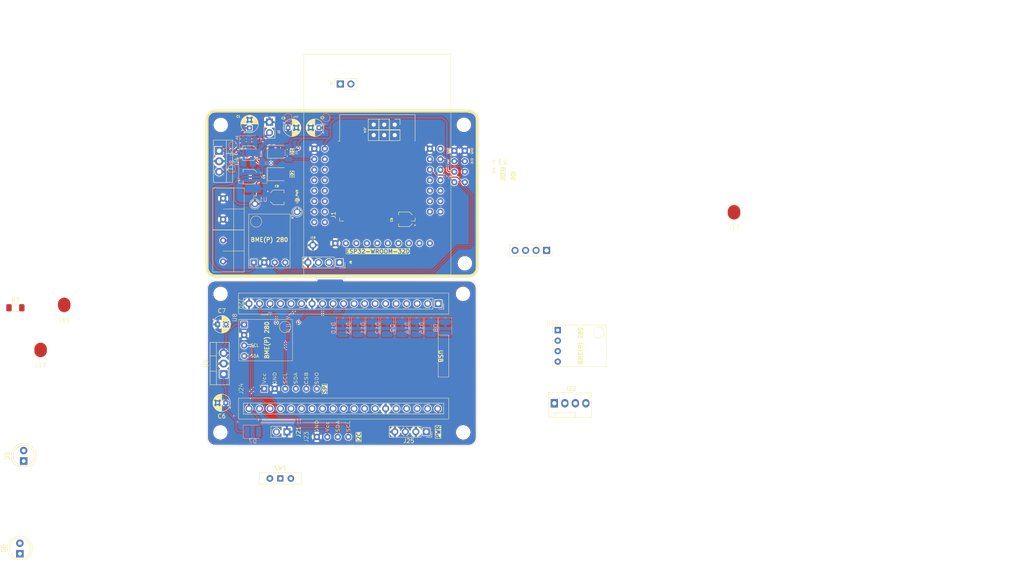
<source format=kicad_pcb>
(kicad_pcb (version 20240108) (generator "pcbnew") (generator_version "8.0")
  (layers (0 "F.Cu" signal) (31 "B.Cu" signal) (34 "B.Paste" user) (35 "F.Paste" user) (36 "B.SilkS" user "B.Silkscreen") (37 "F.SilkS" user "F.Silkscreen") (38 "B.Mask" user) (39 "F.Mask" user) (44 "Edge.Cuts" user))
  (net 0 "")
  (net 1 "GND")
  (net 2 "+3V3")
  (net 3 "+5V")
  (net 4 "/RXD")
  (net 5 "/TXD")
  (net 6 "/SDA")
  (net 7 "/GPIO_33")
  (net 8 "/SCL")
  (net 9 "/OUT3")
  (net 10 "/EN")
  (net 11 "/SOURCE2")
  (net 12 "/SOURCE1")
  (net 13 "/SOURCE3")
  (net 14 "/VDC")
  (net 15 "/DAC1")
  (net 16 "/DAC2")
  (net 17 "/GPIO39")
  (net 18 "/GPIO19")
  (net 19 "/GPIO17")
  (net 20 "/GPIO5")
  (net 21 "/GPIO18")
  (net 22 "/SD_DATA0")
  (net 23 "/ADC2_CH3")
  (net 24 "/SD_DATA3")
  (net 25 "/SD_CMD")
  (net 26 "/SD_CLK")
  (net 27 "/SD_DATA2")
  (net 28 "/SD_DATA1")
  (net 29 "/ADC2_CH0")
  (net 30 "/GPIO23")
  (net 31 "/GPIO36")
  (net 32 "/ADC2_CH2")
  (net 33 "/BOOT")
  (net 34 "/GPIO13")
  (net 35 "/SOURCE4")
  (net 36 "/SOURCE5")
  (net 37 "/SIPO_DATA")
  (net 38 "/SIPO_CLK")
  (net 39 "/SIPO_LATCH")
  (net 40 "/GPIO14")
  (net 41 "/OUT1")
  (net 42 "/VIN")
  (net 43 "Net-(D5-Pad1)")
  (net 44 "Net-(J15-Pin_1)")
  (net 45 "Net-(J19-Pin_1)")
  (net 46 "/OUT2")
  (net 58 "/RX")
  (net 63 "/TX")
  (net 74 "/SCL-2")
  (net 75 "/SDA-2")
  (net 78 "/12V")
  (net 80 "/QB-2")
  (net 81 "/QC-2")
  (net 82 "/QE-2")
  (net 83 "/QA-2")
  (net 84 "/QD-2")
  (net 85 "/QG-2")
  (net 86 "/QH-2")
  (net 87 "/QF-2")
  (net 88 "/SPI-SDO")
  (net 89 "/SPI-CSB")
  (net 90 "/SPI-SCL")
  (net 91 "/SPI-SDA")
  (net 92 "/D23")
  (net 93 "/D18")
  (net 94 "Net-(J21-Pin_2)")
  (footprint "Capacitor_THT:CP_Radial_D4.0mm_P2.00mm" (layer "F.Cu") (at 107 44.2 180)
    (property "Reference" "C2")
    (property "Value" "1uF")
  )
  (footprint "LED_SMD:LED_1210_3225Metric_Pad1.42x2.65mm_HandSolder" (layer "F.Cu") (at 97 55.45)
    (property "Reference" "D2")
    (property "Value" "STATUS")
  )
  (footprint "Capacitor_SMD:CP_Elec_3x5.3" (layer "F.Cu") (at 90.3 50.35 180)
    (property "Reference" "C4")
    (property "Value" "0.1uF")
  )
  (footprint "Resistor_SMD:R_1206_3216Metric_Pad1.30x1.75mm_HandSolder" (layer "F.Cu") (at 33.612 87.7585)
    (property "Reference" "R7")
    (property "Value" "4K7")
  )
  (footprint "LED_THT:LED_D5.0mm" (layer "F.Cu") (at 34.7 147.25 90)
    (property "Reference" "D6")
    (property "Value" "LED_STATUS")
  )
  (footprint "Button_Switch_THT:SW_Slide-03_Wuerth-WS-SLTV_10x2.5x6.4_P2.54mm" (layer "F.Cu") (at 97.66 129.05)
    (property "Reference" "SW1")
    (property "Value" "SW_SPDT")
  )
  (footprint "Connector:FanPinHeader_1x04_P2.54mm_Vertical" (layer "F.Cu") (at 163.88 110.85)
    (property "Reference" "J22")
    (property "Value" "Conn_01x04_Pin")
  )
  (footprint "Alexander Footprint Library:Pad_1x01_P2.54_SMD" (layer "F.Cu") (at 39.712 102.098)
    (property "Reference" "J19")
    (property "Value" "LED_PWR")
  )
  (footprint "Alexanddr Footprints Library:ESP32-WROOM-Adapter-Socket-2" (layer "F.Cu") (at 121.1 56.9025)
    (property "Reference" "J1")
    (property "Value" "~")
  )
  (footprint "Alexander Footprint Library:Pad_1x01_P2.54_SMD" (layer "F.Cu") (at 45.412 91.198)
    (property "Reference" "J15")
    (property "Value" "LED_PWR")
  )
  (footprint "MountingHole:MountingHole_3mm" (layer "F.Cu") (at 142 43.5)
    (property "Reference" "H1" (hide yes))
    (property "Value" "MountingHole_Pad")
  )
  (footprint "Connector_PinSocket_2.54mm:PinSocket_1x02_P2.54mm_Vertical" (layer "F.Cu") (at 99.25 117.775 -90)
    (property "Reference" "J21")
    (property "Value" "PWR")
  )
  (footprint "MountingHole:MountingHole_3mm" (layer "F.Cu") (at 83.25 43.53)
    (property "Reference" "H2" (hide yes))
    (property "Value" "MountingHole_Pad")
  )
  (footprint "Alexander Footprints Library:Conn_Terminal_5mm" (layer "F.Cu") (at 83.82 53.69)
    (property "Reference" "J9" (hide yes))
    (property "Value" "Conn_01x02_Socket")
  )
  (footprint "Alexander Footprint Library:Pad_1x01_P2.54_SMD" (layer "F.Cu") (at 207.3 68.7895)
    (property "Reference" "J17")
    (property "Value" "GND")
  )
  (footprint "MountingHole:MountingHole_3mm" (layer "F.Cu") (at 141.85 117.9)
    (property "Reference" "H4" (hide yes))
    (property "Value" "MountingHole_Pad")
  )
  (footprint "Capacitor_THT:CP_Radial_D4.0mm_P2.00mm" (layer "F.Cu") (at 82.5 91.75)
    (property "Reference" "C7")
    (property "Value" "1uF")
  )
  (footprint "Connector_PinSocket_2.54mm:PinSocket_1x04_P2.54mm_Vertical" (layer "F.Cu") (at 132.94 117.75 -90)
    (property "Reference" "J25")
    (property "Value" "PWR_SATA_Conn_01x04")
  )
  (footprint "Capacitor_SMD:CP_Elec_3x5.3" (layer "F.Cu") (at 90.4 56.05 180)
    (property "Reference" "C9")
    (property "Value" "0.1uF")
  )
  (footprint "Alexander Footprint Library:PinSocket_1x01_P2.54" (layer "F.Cu") (at 91.5 65.19)
    (property "Reference" "J7")
    (property "Value" "LED_PWR")
  )
  (footprint "Alexander Footprint Library:Conn_SPI" (layer "F.Cu") (at 88.68 107.35 90)
    (property "Reference" "J24")
    (property "Value" "~")
  )
  (footprint "Connector_PinSocket_2.54mm:PinSocket_1x02_P2.54mm_Vertical" (layer "F.Cu") (at 95.025 42.85)
    (property "Reference" "J2")
    (property "Value" "PWR")
  )
  (footprint "Connector_PinSocket_2.54mm:PinSocket_1x04_P2.54mm_Vertical" (layer "F.Cu") (at 111.94 76.8 -90)
    (property "Reference" "J6")
    (property "Value" "SOURCE")
  )
  (footprint "MountingHole:MountingHole_3mm" (layer "F.Cu") (at 83.15 117.9)
    (property "Reference" "H4" (hide yes))
    (property "Value" "MountingHole_Pad")
  )
  (footprint "Connector_PinSocket_2.54mm:PinSocket_1x04_P2.54mm_Vertical" (layer "F.Cu") (at 162 73.875 -90)
    (property "Reference" "J10" (hide yes))
    (property "Value" "ADC")
  )
  (footprint "Capacitor_SMD:CP_Elec_3x5.3" (layer "F.Cu") (at 128 66.35 180)
    (property "Reference" "C5")
    (property "Value" "0.1uF")
  )
  (footprint "MountingHole:MountingHole_3mm" (layer "F.Cu") (at 141.8 84.4)
    (property "Reference" "H4" (hide yes))
    (property "Value" "MountingHole_Pad")
  )
  (footprint "Capacitor_THT:CP_Radial_D4.0mm_P2.00mm" (layer "F.Cu") (at 99.5 44.2)
    (property "Reference" "C3")
    (property "Value" "1uF")
  )
  (footprint "Alexander Footprint Library:Conn_ESP32_WROOM-DevKit-38pins" (layer "F.Cu") (at 87.54 86.75 -90)
    (property "Reference" "J20")
    (property "Value" "~")
  )
  (footprint "Capacitor_SMD:CP_Elec_3x5.3" (layer "F.Cu") (at 96.8 61.05)
    (property "Reference" "C8")
    (property "Value" "10uF")
  )
  (footprint "Alexander Footprint Library:LD1117" (layer "F.Cu") (at 83.945 103.79 90)
    (property "Reference" "U9")
    (property "Value" "L7805")
  )
  (footprint "Alexander Footprint Library:PinSocket_1x01_P2.54" (layer "F.Cu") (at 101.7 67.12)
    (property "Reference" "J18")
    (property "Value" "LED_PWR")
  )
  (footprint "Alexander Footprint Library:Conn_I2C" (layer "F.Cu") (at 98.84 119 90)
    (property "Reference" "J23")
    (property "Value" "I2C")
  )
  (footprint "Capacitor_THT:CP_Radial_D4.0mm_P2.00mm" (layer "F.Cu") (at 84.4726 110.75 180)
    (property "Reference" "C6")
    (property "Value" "1uF")
  )
  (footprint "Alexander Footprint Library:BME280_BMP280_I2C" (layer "F.Cu") (at 163.4 91.95)
    (property "Reference" "U10")
    (property "Value" "BME(P)280")
  )
  (footprint "MountingHole:MountingHole_3mm" (layer "F.Cu") (at 83.2 84.4)
    (property "Reference" "H4" (hide yes))
    (property "Value" "MountingHole_Pad")
  )
  (footprint "Connector_PinSocket_2.54mm:PinSocket_1x02_P2.54mm_Vertical" (layer "F.Cu") (at 112.15 33.625 90)
    (property "Reference" "J5")
    (property "Value" "DAC")
  )
  (footprint "Alexander Footprint Library:CONN_2x3" (layer "F.Cu") (at 130.38 43.45 -90)
    (property "Reference" "J14")
    (property "Value" "GPIO")
  )
  (footprint "Alexander Footprints Library:Conn_UART" (layer "F.Cu") (at 139.7 42.15)
    (property "Reference" "J3" (hide yes))
    (property "Value" "UART")
  )
  (footprint "Alexander Footprint Library:PinSocket_1x01_P2.54" (layer "F.Cu") (at 105.5 75.19)
    (property "Reference" "J16")
    (property "Value" "GND")
  )
  (footprint "Capacitor_THT:CP_Radial_D4.0mm_P2.00mm" (layer "F.Cu") (at 90.2 44.3 90)
    (property "Reference" "C1")
    (property "Value" "1uF")
  )
  (footprint "Alexander Footprint Library:BME280_BMP280_I2C" (layer "F.Cu") (at 90 78.1 90)
    (property "Reference" "U7")
    (property "Value" "BME(P)280")
  )
  (footprint "Alexander Footprint Library:LD1117" (layer "F.Cu") (at 82.855 49.77 -90)
    (property "Reference" "U4")
    (property "Value" "L7805")
  )
  (footprint "Alexander Footprints Library:Conn_I2C" (layer "F.Cu") (at 142.24 42.15)
    (property "Reference" "J4" (hide yes))
    (property "Value" "I2C")
  )
  (footprint "LED_THT:LED_D5.0mm" (layer "F.Cu") (at 35.612 124.8335 90)
    (property "Reference" "D5")
    (property "Value" "LED_PWR")
  )
  (footprint "Alexander Footprint Library:BME280_BMP280_I2C" (layer "F.Cu") (at 87.6 90.59)
    (property "Reference" "U8")
    (property "Value" "BME(P)280")
  )
  (footprint "LED_SMD:LED_1210_3225Metric_Pad1.42x2.65mm_HandSolder" (layer "F.Cu") (at 97 50)
    (property "Reference" "D1")
    (property "Value" "PWR")
  )
  (footprint "MountingHole:MountingHole_3mm" (layer "F.Cu") (at 142.25 77)
    (property "Reference" "H4" (hide yes))
    (property "Value" "MountingHole_Pad")
  )
  (footprint "Alexander Footprints Library:Conn_Terminal_5mm" (layer "F.Cu") (at 83.82 63.85)
    (property "Reference" "J8" (hide yes))
    (property "Value" "Conn_01x02_Socket")
  )
  (footprint "TestPoint:TestPoint_Pad_D1.5mm" (layer "B.Cu") (at 99.5 41.75 180)
    (property "Reference" "TP4")
    (property "Value" "5V")
  )
  (footprint "LED_SMD:LED_1210_3225Metric_Pad1.42x2.65mm_HandSolder" (layer "B.Cu") (at 127.1 92.65 -90)
    (property "Reference" "D9")
    (property "Value" "PWR")
  )
  (footprint "TestPoint:TestPoint_Pad_D1.5mm" (layer "B.Cu") (at 108.7 41.75 180)
    (property "Reference" "TP3")
    (property "Value" "3V3")
  )
  (footprint "LED_SMD:LED_1210_3225Metric_Pad1.42x2.65mm_HandSolder" (layer "B.Cu") (at 119.9 92.65 -90)
    (property "Reference" "D11")
    (property "Value" "PWR")
  )
  (footprint "Diode_SMD:D_1210_3225Metric" (layer "B.Cu") (at 91 117.75)
    (property "Reference" "D7")
    (property "Value" "D")
  )
  (footprint "LED_SMD:LED_1210_3225Metric_Pad1.42x2.65mm_HandSolder" (layer "B.Cu") (at 134.1 92.65 -90)
    (property "Reference" "D15")
    (property "Value" "PWR")
  )
  (footprint "Resistor_SMD:R_1206_3216Metric_Pad1.30x1.75mm_HandSolder" (layer "B.Cu") (at 99.7 50.25 -90)
    (property "Reference" "R1")
    (property "Value" "10K")
  )
  (footprint "Diode_SMD:D_1210_3225Metric" (layer "B.Cu") (at 90.1 47.75)
    (property "Reference" "D4")
    (property "Value" "D")
  )
  (footprint "LED_SMD:LED_1210_3225Metric_Pad1.42x2.65mm_HandSolder" (layer "B.Cu") (at 130.6 92.65 -90)
    (property "Reference" "D14")
    (property "Value" "PWR")
  )
  (footprint "TestPoint:TestPoint_Pad_D1.5mm" (layer "B.Cu") (at 86.2 48.45 180)
    (property "Reference" "TP1")
    (property "Value" "VIN")
  )
  (footprint "LED_SMD:LED_1210_3225Metric_Pad1.42x2.65mm_HandSolder" (layer "B.Cu") (at 123.5 92.65 -90)
    (property "Reference" "D12")
    (property "Value" "PWR")
  )
  (footprint "TestPoint:TestPoint_Pad_D1.5mm" (layer "B.Cu") (at 85.9 54.15 180)
    (property "Reference" "TP2")
    (property "Value" "GND")
  )
  (footprint "LED_SMD:LED_1210_3225Metric_Pad1.42x2.65mm_HandSolder" (layer "B.Cu") (at 116.4 92.65 -90)
    (property "Reference" "D13")
    (property "Value" "PWR")
  )
  (footprint "LED_SMD:LED_1210_3225Metric_Pad1.42x2.65mm_HandSolder" (layer "B.Cu") (at 112.8 92.65 -90)
    (property "Reference" "D10")
    (property "Value" "PWR")
  )
  (footprint "Package_TO_SOT_SMD:SOT-223-3_TabPin2" (layer "B.Cu") (at 91 55.75 -90)
    (property "Reference" "U1")
    (property "Value" "AMS1117-3V3")
  )
  (footprint "LED_SMD:LED_1210_3225Metric_Pad1.42x2.65mm_HandSolder" (layer "B.Cu") (at 137.5 92.65 -90)
    (property "Reference" "D8")
    (property "Value" "PWR")
  )
  (gr_line (start 145.25 42.11421) (end 145.25 78.085782) (stroke (width 0.75)) (layer "F.SilkS"))
  (gr_line (start 81.914218 40.164218) (end 143.08579 40.164218) (stroke (width 0.75)) (layer "F.SilkS"))
  (gr_arc (start 145.25 78.085782) (mid 144.66422 79.500007) (end 143.25 80.085782) (stroke (width 0.75)) (layer "F.SilkS"))
  (gr_line (start 79.914218 42.11421) (end 79.914218 78.085782) (stroke (width 0.75)) (layer "F.SilkS"))
  (gr_arc (start 81.914218 80.085782) (mid 80.499999 79.500001) (end 79.914218 78.085782) (stroke (width 0.75)) (layer "F.SilkS"))
  (gr_arc (start 143.25 40.25) (mid 144.664214 40.835786) (end 145.25 42.25) (stroke (width 0.75)) (layer "F.SilkS"))
  (gr_arc (start 79.914218 42.164218) (mid 80.499999 40.749999) (end 81.914218 40.164218) (stroke (width 0.75)) (layer "F.SilkS"))
  (gr_line (start 81.914214 80.085782) (end 143.085786 80.085782) (stroke (width 0.75)) (layer "F.SilkS"))
  (gr_line (start 82.014214 80.235786) (end 106.4 80.25) (stroke (width 0.1)) (layer "Edge.Cuts"))
  (gr_line (start 80 42.25) (end 80.014214 78.235786) (stroke (width 0.1)) (layer "Edge.Cuts"))
  (gr_arc (start 79.921321 83.157107) (mid 80.507106 81.742896) (end 81.921321 81.157107) (stroke (width 0.1)) (layer "Edge.Cuts"))
  (gr_line (start 81.921321 121.128679) (end 143.107107 121.142893) (stroke (width 0.1)) (layer "Edge.Cuts"))
  (gr_arc (start 81.921321 121.128679) (mid 80.507101 120.542899) (end 79.921321 119.128679) (stroke (width 0.1)) (layer "Edge.Cuts"))
  (gr_line (start 143.092893 81.157107) (end 113 81.15) (stroke (width 0.1)) (layer "Edge.Cuts"))
  (gr_arc (start 145.107107 119.142893) (mid 144.521321 120.557107) (end 143.107107 121.142893) (stroke (width 0.1)) (layer "Edge.Cuts"))
  (gr_line (start 106.4 81.15) (end 81.921321 81.157107) (stroke (width 0.1)) (layer "Edge.Cuts"))
  (gr_arc (start 143.185786 40.264214) (mid 144.600004 40.849996) (end 145.185786 42.264214) (stroke (width 0.1)) (layer "Edge.Cuts"))
  (gr_line (start 113 80.25) (end 143.185786 80.235786) (stroke (width 0.1)) (layer "Edge.Cuts"))
  (gr_arc (start 82.014214 80.235786) (mid 80.599996 79.650004) (end 80.014214 78.235786) (stroke (width 0.1)) (layer "Edge.Cuts"))
  (gr_line (start 145.185786 42.264214) (end 145.185786 78.235786) (stroke (width 0.1)) (layer "Edge.Cuts"))
  (gr_arc (start 80 42.25) (mid 80.585786 40.835786) (end 82 40.25) (stroke (width 0.1)) (layer "Edge.Cuts"))
  (gr_line (start 145.107107 119.142893) (end 145.092893 83.157107) (stroke (width 0.1)) (layer "Edge.Cuts"))
  (gr_line (start 79.921321 119.128679) (end 79.921321 83.157107) (stroke (width 0.1)) (layer "Edge.Cuts"))
  (gr_line (start 106.4 81.15) (end 106.4 80.25) (stroke (width 0.1)) (layer "Edge.Cuts"))
  (gr_arc (start 145.185786 78.235786) (mid 144.600004 79.650004) (end 143.185786 80.235786) (stroke (width 0.1)) (layer "Edge.Cuts"))
  (gr_arc (start 143.092893 81.157107) (mid 144.507112 81.742888) (end 145.092893 83.157107) (stroke (width 0.1)) (layer "Edge.Cuts"))
  (gr_line (start 113 81.15) (end 113 80.25) (stroke (width 0.1)) (layer "Edge.Cuts"))
  (gr_line (start 143.185786 40.264214) (end 82 40.25) (stroke (width 0.1)) (layer "Edge.Cuts"))
  (gr_text "SCL" (at 90.4 96.85 0) (layer "F.SilkS") (effects (font (size 0.7 0.7) (thickness 0.125) (bold yes)) (justify left)))
  (gr_text "SDA" (at 90.4 99.45 0) (layer "F.SilkS") (effects (font (size 0.7 0.7) (thickness 0.125) (bold yes)) (justify left)))
  (gr_text "PWR" (at 136.4 119.55 90) (layer "F.SilkS" knockout) (effects (font (size 1 1) (thickness 0.25) (bold yes)) (justify left bottom)))
  (segment (start 84.21 66) (end 83.82 66.39) (width 0.5) (layer "F.Cu") (net 1))
  (segment (start 95.5 54.8625) (end 95.5125 54.85) (width 0.25) (layer "F.Cu") (net 1))
  (segment (start 95.5 55.4625) (end 95.5125 55.45) (width 0.25) (layer "F.Cu") (net 1))
  (segment (start 91.5 59.65) (end 91.9 59.25) (width 0.5) (layer "F.Cu") (net 2))
  (segment (start 101.15 50) (end 102 49.15) (width 0.5) (layer "F.Cu") (net 2))
  (segment (start 90.08 108.57) (end 90.08 112.15) (width 0.5) (layer "F.Cu") (net 2))
  (segment (start 94.63 62.62) (end 91.5 62.62) (width 0.5) (layer "F.Cu") (net 2))
  (segment (start 91.3 107.35) (end 90.08 108.57) (width 0.5) (layer "F.Cu") (net 2))
  (segment (start 91.9 59.25) (end 91.9 56.05) (width 0.5) (layer "F.Cu") (net 2))
  (segment (start 98.4875 50) (end 101.15 50) (width 0.5) (layer "F.Cu") (net 2))
  (segment (start 93.76 107.35) (end 91.3 107.35) (width 0.5) (layer "F.Cu") (net 2))
  (segment (start 95.3 61.05) (end 95.3 61.95) (width 0.5) (layer "F.Cu") (net 2))
  (segment (start 95.3 61.95) (end 94.63 62.62) (width 0.5) (layer "F.Cu") (net 2))
  (segment (start 91.5 62.62) (end 91.5 59.65) (width 0.5) (layer "F.Cu") (net 2))
  (via (at 102 49.15) (size 0.8) (drill 0.4) (layers "F.Cu" "B.Cu") (net 2))
  (segment (start 96.075 48.7) (end 97.525 48.7) (width 0.5) (layer "B.Cu") (net 2))
  (segment (start 108.4 49.2825) (end 108.4 47.85) (width 0.5) (layer "B.Cu") (net 2))
  (segment (start 109.408578 44.2) (end 107 44.2) (width 0.5) (layer "B.Cu") (net 2))
  (segment (start 109.5 46.75) (end 109.75 46.5) (width 0.5) (layer "B.Cu") (net 2))
  (segment (start 93.21 115.25) (end 101 115.25) (width 0.5) (layer "B.Cu") (net 2))
  (segment (start 81.3 75.997918) (end 81.3 59.75104) (width 0.5) (layer "B.Cu") (net 2))
  (segment (start 93.3 54.905025) (end 93.3 52.6) (width 0.5) (layer "B.Cu") (net 2))
  (segment (start 100 48.7) (end 100 48.03033) (width 0.5) (layer "B.Cu") (net 2))
  (segment (start 137.9 51.55) (end 138.66 52.31) (width 0.5) (layer "B.Cu") (net 2))
  (segment (start 109 117.5) (end 109 119) (width 0.5) (layer "B.Cu") (net 2))
  (segment (start 84.202081 78.9) (end 89.990883 78.9) (width 0.5) (layer "B.Cu") (net 2))
  (segment (start 109.75 45) (end 109.75 44.141421) (width 0.5) (layer "B.Cu") (net 2))
  (segment (start 103 46.75) (end 101.28033 46.75) (width 0.5) (layer "B.Cu") (net 2))
  (segment (start 109.75 43.858578) (end 109.75 44.141421) (width 0.5) (layer "B.Cu") (net 2))
  (segment (start 138.66 52.31) (end 139.7 52.31) (width 0.5) (layer "B.Cu") (net 2))
  (segment (start 139.7 52.31) (end 142.24 52.31) (width 0.5) (layer "B.Cu") (net 2))
  (segment (start 129.1 41.75) (end 136.8 41.75) (width 0.5) (layer "B.Cu") (net 2))
  (segment (start 112.31066 41.75) (end 129.1 41.75) (width 0.5) (layer "B.Cu") (net 2))
  (segment (start 88.207106 62.75) (end 91.5 62.75) (width 0.5) (layer "B.Cu") (net 2))
  (segment (start 86.5 61.042893) (end 86.5 57.5) (width 0.5) (layer "B.Cu") (net 2))
  (segment (start 103 46.75) (end 109.5 46.75) (width 0.5) (layer "B.Cu") (net 2))
  (segment (start 101 115.25) (end 102.5 116.75) (width 0.5) (layer "B.Cu") (net 2))
  (segment (start 137.9 42.85) (end 137.9 51.55) (width 0.5) (layer "B.Cu") (net 2))
  (segment (start 91.22 77.670883) (end 91.22 76.8) (width 0.5) (layer "B.Cu") (net 2))
  (segment (start 89.455634 56.1) (end 92.105025 56.1) (width 0.5) (layer "B.Cu") (net 2))
  (segment (start 96.075 48.7) (end 95.177817 48.7) (width 0.5) (layer "B.Cu") (net 2))
  (segment (start 90.11 112.15) (end 93.21 115.25) (width 0.5) (layer "B.Cu") (net 2))
  (segment (start 136.8 41.75) (end 137.9 42.85) (width 0.5) (layer "B.Cu") (net 2))
  (segment (start 108.4 47.85) (end 109.75 46.5) (width 0.5) (layer "B.Cu") (net 2))
  (segment (start 108.25 116.75) (end 109 117.5) (width 0.5) (layer "B.Cu") (net 2))
  (segment (start 109.75 46.5) (end 109.75 45) (width 0.5) (layer "B.Cu") (net 2))
  (segment (start 110.015165 42.984834) (end 110.5 42.5) (width 0.5) (layer "B.Cu") (net 2))
  (segment (start 102 47.75) (end 103 46.75) (width 0.5) (layer "B.Cu") (net 2))
  (segment (start 109.75 43.858578) (end 109.75 43.625) (width 0.5) (layer "B.Cu") (net 2))
  (segment (start 93.3 52.6) (end 93.3 50.577817) (width 0.5) (layer "B.Cu") (net 2))
  (segment (start 82.75104 58.3) (end 84.144365 58.3) (width 0.5) (layer "B.Cu") (net 2))
  (segment (start 102 49.15) (end 102 47.75) (width 0.5) (layer "B.Cu") (net 2))
  (segment (start 102.5 116.75) (end 108.25 116.75) (width 0.5) (layer "B.Cu") (net 2))
  (segment (start 129.3 41.75) (end 129.1 41.75) (width 0.5) (layer "B.Cu") (net 2))
  (segment (start 108.7 41.75) (end 112.31066 41.75) (width 0.5) (layer "B.Cu") (net 2))
  (segment (start 100 48.7) (end 97.525 48.7) (width 0.5) (layer "B.Cu") (net 2))
  (arc (start 93.3 54.905025) (mid 93.209037 55.362322) (end 92.95 55.75) (width 0.5) (layer "B.Cu") (net 2))
  (arc (start 86.8 57.2) (mid 85.581584 58.014119) (end 84.144365 58.3) (width 0.5) (layer "B.Cu") (net 2))
  (arc (start 89.455634 56.1) (mid 88.018415 56.38588) (end 86.8 57.2) (width 0.5) (layer "B.Cu") (net 2))
  (arc (start 86.5 61.042893) (mid 86.629945 61.696174) (end 87 62.25) (width 0.5) (layer "B.Cu") (net 2))
  (arc (start 82.75104 58.3) (mid 82.195751 58.410453) (end 81.725 58.725) (width 0.5) (layer "B.Cu") (net 2))
  (arc (start 92.95 55.75) (mid 92.562322 56.009037) (end 92.105025 56.1) (width 0.5) (layer "B.Cu") (net 2))
  (arc (start 109.75 43.625) (mid 109.818914 43.278544) (end 110.015165 42.984834) (width 0.5) (layer "B.Cu") (net 2))
  (arc (start 95.177817 48.7) (mid 94.459207 48.84294) (end 93.85 49.25) (width 0.5) (layer "B.Cu") (net 2))
  (arc (start 82.15 78.05) (mid 83.091502 78.679092) (end 84.202081 78.9) (width 0.5) (layer "B.Cu") (net 2))
  (arc (start 109.75 44.141421) (mid 109.713838 44.087301) (end 109.65 44.1) (width 0.5) (layer "B.Cu") (net 2))
  (arc (start 93.85 49.25) (mid 93.44294 49.859207) (end 93.3 50.577817) (width 0.5) (layer "B.Cu") (net 2))
  (arc (start 90.86 78.54) (mid 90.461245 78.806439) (end 89.990883 78.9) (width 0.5) (layer "B.Cu") (net 2))
  (arc (start 109.65 44.1) (mid 109.539234 44.17401) (end 109.408578 44.2) (width 0.5) (layer "B.Cu") (net 2))
  (arc (start 87 62.25) (mid 87.553825 62.620054) (end 88.207106 62.75) (width 0.5) (layer "B.Cu") (net 2))
  (arc (start 81.725 58.725) (mid 81.410453 59.195751) (end 81.3 59.75104) (width 0.5) (layer "B.Cu") (net 2))
  (arc (start 101.28033 46.75) (mid 100.790368 46.847459) (end 100.375 47.125) (width 0.5) (layer "B.Cu") (net 2))
  (arc (start 91.22 77.670883) (mid 91.126439 78.141245) (end 90.86 78.54) (width 0.5) (layer "B.Cu") (net 2))
  (arc (start 110.5 42.5) (mid 111.330737 41.944918) (end 112.31066 41.75) (width 0.5) (layer "B.Cu") (net 2))
  (arc (start 109.65 44.1) (mid 109.72401 43.989234) (end 109.75 43.858578) (width 0.5) (layer "B.Cu") (net 2))
  (arc (start 100.375 47.125) (mid 100.097459 47.540368) (end 100 48.03033) (width 0.5) (layer "B.Cu") (net 2))
  (arc (start 81.3 75.997918) (mid 81.520907 77.108496) (end 82.15 78.05) (width 0.5) (layer "B.Cu") (net 2))
  (segment (start 99.5 45.693413) (end 99.5 44.2) (width 0.5) (layer "F.Cu") (net 3))
  (segment (start 98.6375 46.9625) (end 99.2125 46.3875) (width 0.5) (layer "F.Cu") (net 3))
  (segment (start 127.86 116.39) (end 129 115.25) (width 0.5) (layer "F.Cu") (net 3))
  (segment (start 86.21 98.71) (end 83.945 98.71) (width 0.5) (layer "F.Cu") (net 3))
  (segment (start 87.75 115.25) (end 86.75 114.25) (width 0.5) (layer "F.Cu") (net 3))
  (segment (start 129 115.25) (end 135.25 115.25) (width 0.5) (layer "F.Cu") (net 3))
  (segment (start 135.81 114.69) (end 135.81 112.15) (width 0.5) (layer "F.Cu") (net 3))
  (segment (start 88.1 47.25) (end 97.943413 47.25) (width 0.5) (layer "F.Cu") (net 3))
  (segment (start 84.9 54.85) (end 85.4 54.35) (width 0.5) (layer "F.Cu") (net 3))
  (segment (start 85.4 54.35) (end 85.4 49.95) (width 0.5) (layer "F.Cu") (net 3))
  (segment (start 127.86 118.65) (end 127.86 116.39) (width 0.5) (layer "F.Cu") (net 3))
  (segment (start 129 115.25) (end 87.75 115.25) (width 0.5) (layer "F.Cu") (net 3))
  (segment (start 86.75 114.25) (end 86.75 99.25) (width 0.5) (layer "F.Cu") (net 3))
  (segment (start 135.25 115.25) (end 135.81 114.69) (width 0.5) (layer "F.Cu") (net 3))
  (segment (start 82.855 54.85) (end 84.9 54.85) (width 0.5) (layer "F.Cu") (net 3))
  (segment (start 85.4 49.95) (end 88.1 47.25) (width 0.5) (layer "F.Cu") (net 3))
  (segment (start 86.75 99.25) (end 86.21 98.71) (width 0.5) (layer "F.Cu") (net 3))
  (arc (start 97.943413 47.25) (mid 98.31905 47.175281) (end 98.6375 46.9625) (width 0.5) (layer "F.Cu") (net 3))
  (arc (start 99.5 45.693413) (mid 99.425281 46.06905) (end 99.2125 46.3875) (width 0.5) (layer "F.Cu") (net 3))
  (segment (start 84.5 96.65) (end 83.945 97.205) (width 0.5) (layer "B.Cu") (net 3))
  (segment (start 83.945 97.205) (end 83.945 98.71) (width 0.5) (layer "B.Cu") (net 3))
  (segment (start 88.9 91.81) (end 86.64 91.81) (width 0.5) (layer "B.Cu") (net 3))
  (segment (start 86.64 91.81) (end 84.5 93.95) (width 0.5) (layer "B.Cu") (net 3))
  (segment (start 84.5 93.95) (end 84.5 96.65) (width 0.5) (layer "B.Cu") (net 3))
  (segment (start 99.5 42.25) (end 99.5 44.2) (width 0.25) (layer "B.Cu") (net 3))
  (segment (start 84.5 91.75) (end 84.5 93.95) (width 0.5) (layer "B.Cu") (net 3))
  (segment (start 139.7 57.35) (end 139.7 57.39) (width 0.25) (layer "F.Cu") (net 4))
  (segment (start 140.3 57.45) (end 139.3 57.45) (width 0.25) (layer "F.Cu") (net 4))
  (segment (start 139.04 57.39) (end 139.7 57.39) (width 0.25) (layer "F.Cu") (net 4))
  (segment (start 137.96 55.65) (end 139.7 57.39) (width 0.25) (layer "B.Cu") (net 4))
  (segment (start 133.8 54.3625) (end 135.0875 55.65) (width 0.25) (layer "B.Cu") (net 4))
  (segment (start 135.0875 55.65) (end 137.96 55.65) (width 0.25) (layer "B.Cu") (net 4))
  (segment (start 138 52.25) (end 137.5725 51.8225) (width 0.25) (layer "F.Cu") (net 5))
  (segment (start 139.7 54.85) (end 138.3 54.85) (width 0.25) (layer "F.Cu") (net 5))
  (segment (start 137.5725 51.8225) (end 136.34 51.8225) (width 0.25) (layer "F.Cu") (net 5))
  (segment (start 138 54.55) (end 138 52.25) (width 0.25) (layer "F.Cu") (net 5))
  (segment (start 138.3 54.85) (end 138 54.55) (width 0.25) (layer "F.Cu") (net 5))
  (segment (start 139.7 54.85) (end 139.5 54.85) (width 0.25) (layer "F.Cu") (net 5))
  (segment (start 142.24 54.85) (end 142.24 55.51) (width 0.25) (layer "F.Cu") (net 6))
  (segment (start 98.84 76.8) (end 98.84 78.09) (width 0.25) (layer "B.Cu") (net 6))
  (segment (start 141 57.95) (end 141 56.09) (width 0.25) (layer "B.Cu") (net 6))
  (segment (start 140.990501 53.600501) (end 142.24 54.85) (width 0.25) (layer "B.Cu") (net 6))
  (segment (start 136.34 54.3625) (end 137.101999 53.600501) (width 0.25) (layer "B.Cu") (net 6))
  (segment (start 143.281802 72.781802) (end 143.55 72.513604) (width 0.25) (layer "B.Cu") (net 6))
  (segment (start 99.4 78.65) (end 130.7 78.65) (width 0.25) (layer "B.Cu") (net 6))
  (segment (start 130.7 78.65) (end 134.55 78.65) (width 0.25) (layer "B.Cu") (net 6))
  (segment (start 143.55 72.513604) (end 143.55 60.5) (width 0.25) (layer "B.Cu") (net 6))
  (segment (start 143.55 60.5) (end 141 57.95) (width 0.25) (layer "B.Cu") (net 6))
  (segment (start 140.418198 72.781802) (end 143.281802 72.781802) (width 0.25) (layer "B.Cu") (net 6))
  (segment (start 98.84 78.09) (end 99.4 78.65) (width 0.25) (layer "B.Cu") (net 6))
  (segment (start 141 56.09) (end 142.24 54.85) (width 0.25) (layer "B.Cu") (net 6))
  (segment (start 137.101999 53.600501) (end 140.990501 53.600501) (width 0.25) (layer "B.Cu") (net 6))
  (segment (start 134.55 78.65) (end 140.418198 72.781802) (width 0.25) (layer "B.Cu") (net 6))
  (segment (start 135.1 55.15) (end 135.6 55.65) (width 0.25) (layer "F.Cu") (net 8))
  (segment (start 133.8 51.8225) (end 135.1 53.1225) (width 0.25) (layer "F.Cu") (net 8))
  (segment (start 141.603604 57.39) (end 142.24 57.39) (width 0.25) (layer "F.Cu") (net 8))
  (segment (start 137.3 55.65) (end 137.8 56.15) (width 0.25) (layer "F.Cu") (net 8))
  (segment (start 135.1 53.1225) (end 135.1 55.15) (width 0.25) (layer "F.Cu") (net 8))
  (segment (start 135.6 55.65) (end 137.3 55.65) (width 0.25) (layer "F.Cu") (net 8))
  (segment (start 140.363604 56.15) (end 141.603604 57.39) (width 0.25) (layer "F.Cu") (net 8))
  (segment (start 137.8 56.15) (end 140.363604 56.15) (width 0.25) (layer "F.Cu") (net 8))
  (segment (start 142.24 58.553604) (end 142.24 57.39) (width 0.25) (layer "B.Cu") (net 8))
  (segment (start 144 72.7) (end 144 60.313604) (width 0.25) (layer "B.Cu") (net 8))
  (segment (start 134.8 79.1) (end 140.6 73.3) (width 0.25) (layer "B.Cu") (net 8))
  (segment (start 140.6 73.3) (end 143.4 73.3) (width 0.25) (layer "B.Cu") (net 8))
  (segment (start 96.3 76.8) (end 96.3 78.45) (width 0.25) (layer "B.Cu") (net 8))
  (segment (start 143.4 73.3) (end 144 72.7) (width 0.25) (layer "B.Cu") (net 8))
  (segment (start 96.3 78.45) (end 96.95 79.1) (width 0.25) (layer "B.Cu") (net 8))
  (segment (start 144 60.313604) (end 142.24 58.553604) (width 0.25) (layer "B.Cu") (net 8))
  (segment (start 96.95 79.1) (end 134.8 79.1) (width 0.25) (layer "B.Cu") (net 8))
  (segment (start 92.3 52.75) (end 91.8 52.25) (width 0.25) (layer "F.Cu") (net 10))
  (segment (start 91.8 52.25) (end 91.8 50.35) (width 0.25) (layer "F.Cu") (net 10))
  (segment (start 95.4 52.75) (end 92.3 52.75) (width 0.25) (layer "F.Cu") (net 10))
  (via (at 95.4 52.75) (size 0.8) (drill 0.4) (layers "F.Cu" "B.Cu") (net 10))
  (segment (start 95.4 52.75) (end 96.7 52.75) (width 0.25) (layer "B.Cu") (net 10))
  (segment (start 101.4 51.8) (end 101.45 51.8) (width 0.25) (layer "B.Cu") (net 10))
  (segment (start 105.86 51.8225) (end 101.4225 51.8225) (width 0.25) (layer "B.Cu") (net 10))
  (segment (start 99.7 51.8) (end 101.4 51.8) (width 0.25) (layer "B.Cu") (net 10))
  (segment (start 97.65 51.8) (end 99.7 51.8) (width 0.25) (layer "B.Cu") (net 10))
  (segment (start 101.4225 51.8225) (end 101.4 51.8) (width 0.25) (layer "B.Cu") (net 10))
  (segment (start 96.7 52.75) (end 97.65 51.8) (width 0.25) (layer "B.Cu") (net 10))
  (segment (start 86.37 71.47) (end 88 73.1) (width 0.5) (layer "F.Cu") (net 11))
  (segment (start 88 73.1) (end 99 73.1) (width 0.5) (layer "F.Cu") (net 11))
  (segment (start 83.82 71.47) (end 86.37 71.47) (width 0.5) (layer "F.Cu") (net 11))
  (segment (start 86.275 76.55) (end 88.075 74.75) (width 0.5) (layer "F.Cu") (net 12))
  (segment (start 83.82 76.55) (end 86.275 76.55) (width 0.5) (layer "F.Cu") (net 12))
  (segment (start 88.075 74.75) (end 99.75 74.75) (width 0.5) (layer "F.Cu") (net 12))
  (segment (start 95.025 45.425) (end 92.7 47.75) (width 0.5) (layer "B.Cu") (net 14))
  (segment (start 92.7 47.75) (end 91.5 47.75) (width 0.5) (layer "B.Cu") (net 14))
  (segment (start 92.425 117.775) (end 92.4 117.75) (width 0.5) (layer "B.Cu") (net 14))
  (segment (start 95.025 45.39) (end 95.025 45.425) (width 0.5) (layer "B.Cu") (net 14))
  (segment (start 129.5 66.35) (end 134.5125 66.35) (width 0.25) (layer "F.Cu") (net 33))
  (segment (start 134.5125 66.35) (end 136.34 64.5225) (width 0.25) (layer "F.Cu") (net 33))
  (segment (start 101.7 56.05) (end 101.1 55.45) (width 0.25) (layer "F.Cu") (net 40))
  (segment (start 101.7 64.55) (end 105.8325 64.55) (width 0.25) (layer "F.Cu") (net 40))
  (segment (start 105.8325 64.55) (end 105.86 64.5225) (width 0.25) (layer "F.Cu") (net 40))
  (segment (start 101.1 55.45) (end 98.4875 55.45) (width 0.25) (layer "F.Cu") (net 40))
  (segment (start 101.7 64.55) (end 101.7 56.05) (width 0.25) (layer "F.Cu") (net 40))
  (segment (start 82.98 49.77) (end 82.855 49.77) (width 0.5) (layer "F.Cu") (net 42))
  (segment (start 90.2 44.3) (end 88.45 44.3) (width 0.5) (layer "F.Cu") (net 42))
  (segment (start 88.45 44.3) (end 82.98 49.77) (width 0.5) (layer "F.Cu") (net 42))
  (segment (start 88.7 50.546446) (end 88.7 51.253553) (width 0.5) (layer "B.Cu") (net 42))
  (segment (start 84.4726 112.4726) (end 84.4726 109.5) (width 0.5) (layer "B.Cu") (net 42))
  (segment (start 88.7 45.153553) (end 88.7 47.4) (width 0.5) (layer "B.Cu") (net 42))
  (segment (start 86.2 49.11) (end 86.2 48.45) (width 0.25) (layer "B.Cu") (net 42))
  (segment (start 88.45 50.65) (end 88.2 50.4) (width 0.5) (layer "B.Cu") (net 42))
  (segment (start 88.7 50.546446) (end 88.7 47.4) (width 0.5) (layer "B.Cu") (net 42))
  (segment (start 84.4726 107.0826) (end 83.945 106.555) (width 0.5) (layer "B.Cu") (net 42))
  (segment (start 83.945 106.555) (end 83.945 103.79) (width 0.5) (layer "B.Cu") (net 42))
  (segment (start 88.45 50.65) (end 88.054368 50.254368) (width 0.5) (layer "B.Cu") (net 42))
  (segment (start 87.5 117.75) (end 87 117.25) (width 0.5) (layer "B.Cu") (net 42))
  (segment (start 89.553553 44.3) (end 90.2 44.3) (width 0.5) (layer "B.Cu") (net 42))
  (segment (start 84.4726 109.5) (end 84.4726 107.0826) (width 0.5) (layer "B.Cu") (net 42))
  (segment (start 88.7 51.253553) (end 88.7 52.6) (width 0.5) (layer "B.Cu") (net 42))
  (segment (start 89.6 117.75) (end 87.5 117.75) (width 0.5) (layer "B.Cu") (net 42))
  (segment (start 87 117.25) (end 87 115) (width 0.5) (layer "B.Cu") (net 42))
  (segment (start 87 115) (end 84.4726 112.4726) (width 0.5) (layer "B.Cu") (net 42))
  (segment (start 86.86 49.77) (end 85.54 49.77) (width 0.5) (layer "B.Cu") (net 42))
  (segment (start 86.885 49.77) (end 86.86 49.77) (width 0.5) (layer "B.Cu") (net 42))
  (segment (start 85.54 49.77) (end 82.855 49.77) (width 0.5) (layer "B.Cu") (net 42))
  (arc (start 89.553553 44.3) (mid 89.226912 44.364972) (end 88.95 44.55) (width 0.5) (layer "B.Cu") (net 42))
  (arc (start 86.2 49.11) (mid 86.393309 49.57669) (end 86.86 49.77) (width 0.25) (layer "B.Cu") (net 42))
  (arc (start 88.7 51.253553) (mid 88.635027 50.926912) (end 88.45 50.65) (width 0.5) (layer "B.Cu") (net 42))
  (arc (start 88.45 50.65) (mid 88.45 50.65) (end 88.45 50.65) (width 0.5) (layer "B.Cu") (net 42))
  (arc (start 88.45 50.65) (mid 88.609596 50.681745) (end 88.7 50.546446) (width 0.5) (layer "B.Cu") (net 42))
  (arc (start 88.054368 50.254368) (mid 87.517857 49.895883) (end 86.885 49.77) (width 0.5) (layer "B.Cu") (net 42))
  (arc (start 88.95 44.55) (mid 88.764972 44.826912) (end 88.7 45.153553) (width 0.5) (layer "B.Cu") (net 42))
  (segment (start 90.56 96.89) (end 88.9 96.89) (width 0.25) (layer "F.Cu") (net 74))
  (segment (start 92.413604 89.7) (end 90.9 91.213604) (width 0.25) (layer "F.Cu") (net 74))
  (segment (start 95.16 86.75) (end 95.16 89.19) (width 0.25) (layer "F.Cu") (net 74))
  (segment (start 90.9 91.213604) (end 90.9 96.55) (width 0.25) (layer "F.Cu") (net 74))
  (segment (start 95.19 86.75) (end 95.16 86.75) (width 0.25) (layer "F.Cu") (net 74))
  (segment (start 90.9 96.55) (end 90.56 96.89) (width 0.25) (layer "F.Cu") (net 74))
  (segment (start 94.65 89.7) (end 92.413604 89.7) (width 0.25) (layer "F.Cu") (net 74))
  (segment (start 95.16 89.19) (end 94.65 89.7) (width 0.25) (layer "F.Cu") (net 74))
  (segment (start 96.5 110.65) (end 96.5 113.425) (width 0.25) (layer "B.Cu") (net 74))
  (segment (start 96.5 113.425) (end 97.3 114.225) (width 0.25) (layer "B.Cu") (net 74))
  (segment (start 90.54 96.89) (end 90.9 97.25) (width 0.25) (layer "B.Cu") (net 74))
  (segment (start 102.975 115.725) (end 113.175 115.725) (width 0.25) (layer "B.Cu") (net 74))
  (segment (start 88.9 96.89) (end 90.54 96.89) (width 0.25) (layer "B.Cu") (net 74))
  (segment (start 95.4 109.55) (end 96.5 110.65) (width 0.25) (layer "B.Cu") (net 74))
  (segment (start 91.3 109.55) (end 95.4 109.55) (width 0.25) (layer "B.Cu") (net 74))
  (segment (start 97.3 114.225) (end 101.475 114.225) (width 0.25) (layer "B.Cu") (net 74))
  (segment (start 90.9 97.25) (end 90.9 109.15) (width 0.25) (layer "B.Cu") (net 74))
  (segment (start 101.475 114.225) (end 102.975 115.725) (width 0.25) (layer "B.Cu") (net 74))
  (segment (start 114.08 116.63) (end 114.08 119) (width 0.25) (layer "B.Cu") (net 74))
  (segment (start 113.175 115.725) (end 114.08 116.63) (width 0.25) (layer "B.Cu") (net 74))
  (segment (start 90.9 109.15) (end 91.3 109.55) (width 0.25) (layer "B.Cu") (net 74))
  (segment (start 90.6 97.486396) (end 90.6 98.85) (width 0.25) (layer "F.Cu") (net 75))
  (segment (start 90.02 99.43) (end 88.9 99.43) (width 0.25) (layer "F.Cu") (net 75))
  (segment (start 102.81 86.75) (end 99.41 90.15) (width 0.25) (layer "F.Cu") (net 75))
  (segment (start 91.35 91.4) (end 91.35 96.736396) (width 0.25) (layer "F.Cu") (net 75))
  (segment (start 99.41 90.15) (end 92.6 90.15) (width 0.25) (layer "F.Cu") (net 75))
  (segment (start 91.35 96.736396) (end 90.6 97.486396) (width 0.25) (layer "F.Cu") (net 75))
  (segment (start 90.6 98.85) (end 90.02 99.43) (width 0.25) (layer "F.Cu") (net 75))
  (segment (start 92.6 90.15) (end 91.35 91.4) (width 0.25) (layer "F.Cu") (net 75))
  (segment (start 111.54 116.99) (end 111.54 119) (width 0.25) (layer "B.Cu") (net 75))
  (segment (start 93.9 110.75) (end 93.9 113.65) (width 0.25) (layer "B.Cu") (net 75))
  (segment (start 93.9 113.65) (end 94.925 114.675) (width 0.25) (layer "B.Cu") (net 75))
  (segment (start 89.98 99.43) (end 90.42 99.87) (width 0.25) (layer "B.Cu") (net 75))
  (segment (start 102.75 116.175) (end 110.725 116.175) (width 0.25) (layer "B.Cu") (net 75))
  (segment (start 94.925 114.675) (end 101.25 114.675) (width 0.25) (layer "B.Cu") (net 75))
  (segment (start 110.725 116.175) (end 111.54 116.99) (width 0.25) (layer "B.Cu") (net 75))
  (segment (start 90.42 109.37) (end 91.1 110.05) (width 0.25) (layer "B.Cu") (net 75))
  (segment (start 101.25 114.675) (end 102.75 116.175) (width 0.25) (layer "B.Cu") (net 75))
  (segment (start 93.2 110.05) (end 93.9 110.75) (width 0.25) (layer "B.Cu") (net 75))
  (segment (start 91.1 110.05) (end 93.2 110.05) (width 0.25) (layer "B.Cu") (net 75))
  (segment (start 88.9 99.43) (end 89.98 99.43) (width 0.25) (layer "B.Cu") (net 75))
  (segment (start 90.42 99.87) (end 90.42 109.37) (width 0.25) (layer "B.Cu") (net 75))
  (segment (start 97.6 94.85) (end 97.6 93.85) (width 0.25) (layer "F.Cu") (net 88))
  (segment (start 107.86 92.79) (end 107.86 86.75) (width 0.25) (layer "F.Cu") (net 88))
  (segment (start 106.46 103.71) (end 97.6 94.85) (width 0.25) (layer "F.Cu") (net 88))
  (segment (start 106.46 107.35) (end 106.46 103.71) (width 0.25) (layer "F.Cu") (net 88))
  (segment (start 107.3 93.35) (end 107.86 92.79) (width 0.25) (layer "F.Cu") (net 88))
  (segment (start 97.6 93.85) (end 98.1 93.35) (width 0.25) (layer "F.Cu") (net 88))
  (segment (start 98.1 93.35) (end 107.3 93.35) (width 0.25) (layer "F.Cu") (net 88))
  (segment (start 102.1 91.25) (end 101.3 92.05) (width 0.25) (layer "F.Cu") (net 89))
  (segment (start 101.3 92.05) (end 97.8 92.05) (width 0.25) (layer "F.Cu") (net 89))
  (segment (start 97.15 95.036396) (end 103.92 101.806396) (width 0.25) (layer "F.Cu") (net 89))
  (segment (start 97.8 92.05) (end 97.15 92.7) (width 0.25) (layer "F.Cu") (net 89))
  (segment (start 97.15 92.7) (end 97.15 95.036396) (width 0.25) (layer "F.Cu") (net 89))
  (segment (start 103.92 101.806396) (end 103.92 107.35) (width 0.25) (layer "F.Cu") (net 89))
  (via (at 102.1 91.25) (size 0.8) (drill 0.4) (layers "F.Cu" "B.Cu") (net 89))
  (segment (start 104 89.35) (end 112.2 89.35) (width 0.25) (layer "B.Cu") (net 89))
  (segment (start 102.1 91.25) (end 104 89.35) (width 0.25) (layer "B.Cu") (net 89))
  (segment (start 112.2 89.35) (end 112.94 88.61) (width 0.25) (layer "B.Cu") (net 89))
  (segment (start 112.94 88.61) (end 112.94 86.75) (width 0.25) (layer "B.Cu") (net 89))
  (segment (start 98.84 96.11) (end 98.84 107.35) (width 0.25) (layer "B.Cu") (net 90))
  (segment (start 109.8 88.85) (end 100.2 88.85) (width 0.25) (layer "B.Cu") (net 90))
  (segment (start 110.4 86.75) (end 110.4 88.25) (width 0.25) (layer "B.Cu") (net 90))
  (segment (start 100.2 88.85) (end 99.5 89.55) (width 0.25) (layer "B.Cu") (net 90))
  (segment (start 99.5 89.55) (end 99.5 95.45) (width 0.25) (layer "B.Cu") (net 90))
  (segment (start 110.4 88.25) (end 109.8 88.85) (width 0.25) (layer "B.Cu") (net 90))
  (segment (start 99.5 95.45) (end 98.84 96.11) (width 0.25) (layer "B.Cu") (net 90))
  (segment (start 96.7 91.35) (end 96.7 95.222792) (width 0.25) (layer "F.Cu") (net 91))
  (segment (start 96.7 95.222792) (end 101.38 99.902792) (width 0.25) (layer "F.Cu") (net 91))
  (segment (start 101.38 99.902792) (end 101.38 107.35) (width 0.25) (layer "F.Cu") (net 91))
  (via (at 96.7 91.35) (size 0.8) (drill 0.4) (layers "F.Cu" "B.Cu") (net 91))
  (segment (start 96.7 91.35) (end 96.7 89.65) (width 0.25) (layer "B.Cu") (net 91))
  (segment (start 93.1 89.15) (end 92.62 88.67) (width 0.25) (layer "B.Cu") (net 91))
  (segment (start 96.2 89.15) (end 93.1 89.15) (width 0.25) (layer "B.Cu") (net 91))
  (segment (start 92.62 88.67) (end 92.62 86.75) (width 0.25) (layer "B.Cu") (net 91))
  (segment (start 96.7 89.65) (end 96.2 89.15) (width 0.25) (layer "B.Cu") (net 91))
  (zone (net 1) (net_name "GND") (layer "F.Cu") (priority 1) (connect_pads (clearance 0)) (min_thickness 0.25) (fill yes (thermal_gap 0.5) (thermal_bridge_width 0.5))
    (polygon (pts (xy 80 40.25) (xy 80.3 80.35) (xy 145.55 80.35) (xy 145.25 40.25)))
  )
  (zone (net 1) (net_name "GND") (layer "F.Cu") (priority 2) (connect_pads (clearance 0)) (min_thickness 0.25) (fill yes (thermal_gap 0.5) (thermal_bridge_width 0.5))
    (polygon (pts (xy 79.8 121.45) (xy 145.7 121.45) (xy 145.2 80.95) (xy 79.5 80.95)))
  )
  (zone (net 1) (net_name "GND") (layer "B.Cu") (connect_pads (clearance 0)) (min_thickness 0.25) (fill yes (thermal_gap 0.5) (thermal_bridge_width 0.5))
    (polygon (pts (xy 80 40.25) (xy 145.2 40.25) (xy 145.4 80.45) (xy 80.2 80.45)))
  )
  (zone (net 1) (net_name "GND") (layer "B.Cu") (priority 3) (connect_pads (clearance 0)) (min_thickness 0.25) (fill yes (thermal_gap 0.5) (thermal_bridge_width 0.5))
    (polygon (pts (xy 145.6 121.45) (xy 145.2 80.95) (xy 79.5 80.95) (xy 79.7 121.45)))
  )
)
</source>
